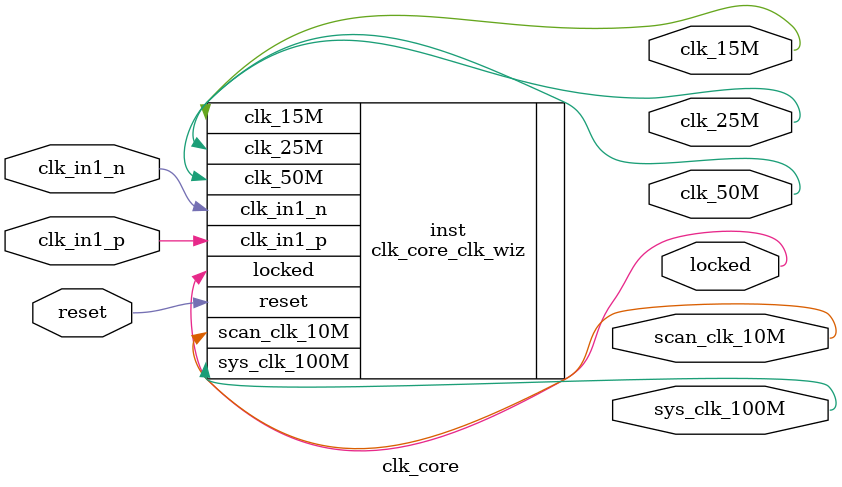
<source format=v>


`timescale 1ps/1ps

(* CORE_GENERATION_INFO = "clk_core,clk_wiz_v6_0_5_0_0,{component_name=clk_core,use_phase_alignment=true,use_min_o_jitter=false,use_max_i_jitter=false,use_dyn_phase_shift=false,use_inclk_switchover=false,use_dyn_reconfig=false,enable_axi=0,feedback_source=FDBK_AUTO,PRIMITIVE=MMCM,num_out_clk=5,clkin1_period=5.000,clkin2_period=10.0,use_power_down=false,use_reset=true,use_locked=true,use_inclk_stopped=false,feedback_type=SINGLE,CLOCK_MGR_TYPE=NA,manual_override=false}" *)

module clk_core 
 (
  // Clock out ports
  output        sys_clk_100M,
  output        scan_clk_10M,
  output        clk_25M,
  output        clk_50M,
  output        clk_15M,
  // Status and control signals
  input         reset,
  output        locked,
 // Clock in ports
  input         clk_in1_p,
  input         clk_in1_n
 );

  clk_core_clk_wiz inst
  (
  // Clock out ports  
  .sys_clk_100M(sys_clk_100M),
  .scan_clk_10M(scan_clk_10M),
  .clk_25M(clk_25M),
  .clk_50M(clk_50M),
  .clk_15M(clk_15M),
  // Status and control signals               
  .reset(reset), 
  .locked(locked),
 // Clock in ports
  .clk_in1_p(clk_in1_p),
  .clk_in1_n(clk_in1_n)
  );

endmodule

</source>
